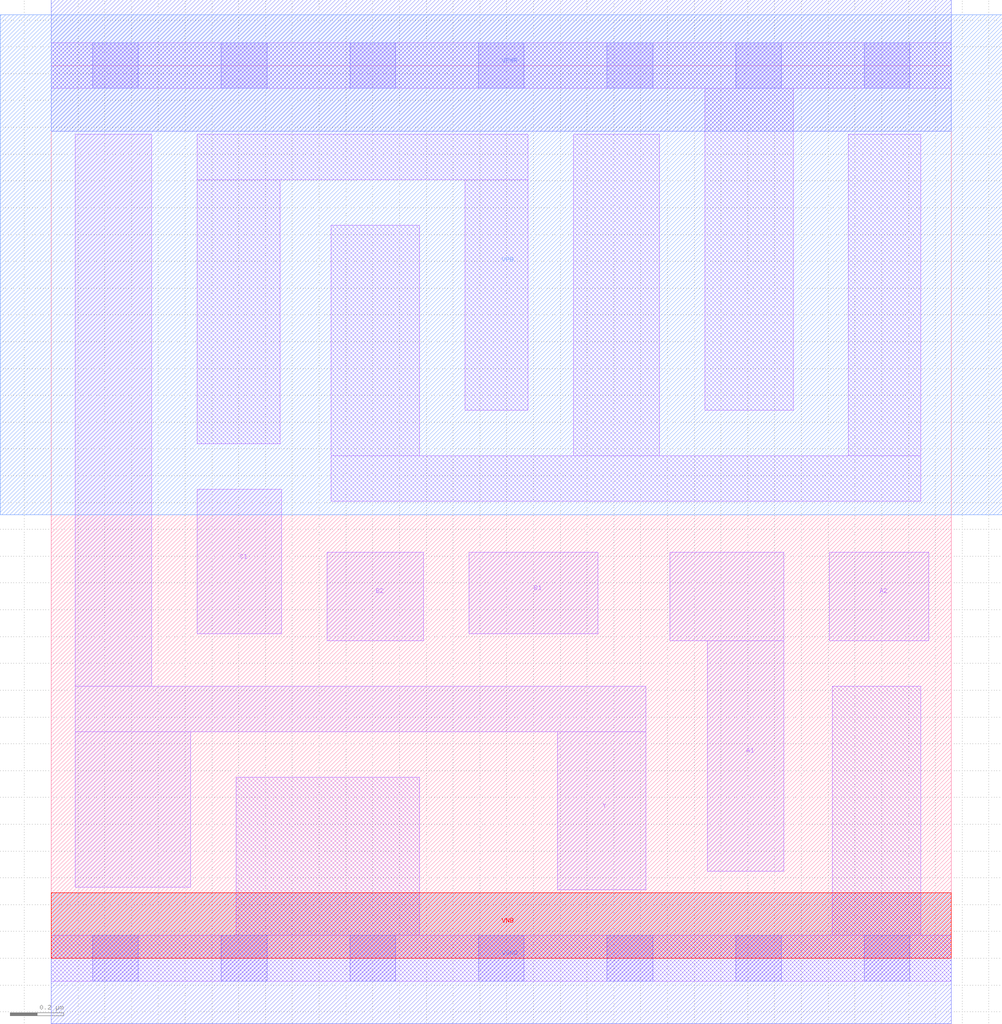
<source format=lef>
# Copyright 2020 The SkyWater PDK Authors
#
# Licensed under the Apache License, Version 2.0 (the "License");
# you may not use this file except in compliance with the License.
# You may obtain a copy of the License at
#
#     https://www.apache.org/licenses/LICENSE-2.0
#
# Unless required by applicable law or agreed to in writing, software
# distributed under the License is distributed on an "AS IS" BASIS,
# WITHOUT WARRANTIES OR CONDITIONS OF ANY KIND, either express or implied.
# See the License for the specific language governing permissions and
# limitations under the License.
#
# SPDX-License-Identifier: Apache-2.0

VERSION 5.7 ;
  NOWIREEXTENSIONATPIN ON ;
  DIVIDERCHAR "/" ;
  BUSBITCHARS "[]" ;
MACRO sky130_fd_sc_lp__a221oi_1
  CLASS CORE ;
  FOREIGN sky130_fd_sc_lp__a221oi_1 ;
  ORIGIN  0.000000  0.000000 ;
  SIZE  3.360000 BY  3.330000 ;
  SYMMETRY X Y R90 ;
  SITE unit ;
  PIN A1
    ANTENNAGATEAREA  0.315000 ;
    DIRECTION INPUT ;
    USE SIGNAL ;
    PORT
      LAYER li1 ;
        RECT 2.310000 1.185000 2.735000 1.515000 ;
        RECT 2.450000 0.325000 2.735000 1.185000 ;
    END
  END A1
  PIN A2
    ANTENNAGATEAREA  0.315000 ;
    DIRECTION INPUT ;
    USE SIGNAL ;
    PORT
      LAYER li1 ;
        RECT 2.905000 1.185000 3.275000 1.515000 ;
    END
  END A2
  PIN B1
    ANTENNAGATEAREA  0.315000 ;
    DIRECTION INPUT ;
    USE SIGNAL ;
    PORT
      LAYER li1 ;
        RECT 1.560000 1.210000 2.040000 1.515000 ;
    END
  END B1
  PIN B2
    ANTENNAGATEAREA  0.315000 ;
    DIRECTION INPUT ;
    USE SIGNAL ;
    PORT
      LAYER li1 ;
        RECT 1.030000 1.185000 1.390000 1.515000 ;
    END
  END B2
  PIN C1
    ANTENNAGATEAREA  0.315000 ;
    DIRECTION INPUT ;
    USE SIGNAL ;
    PORT
      LAYER li1 ;
        RECT 0.545000 1.210000 0.860000 1.750000 ;
    END
  END C1
  PIN Y
    ANTENNADIFFAREA  0.884100 ;
    DIRECTION OUTPUT ;
    USE SIGNAL ;
    PORT
      LAYER li1 ;
        RECT 0.090000 0.265000 0.520000 0.845000 ;
        RECT 0.090000 0.845000 2.220000 1.015000 ;
        RECT 0.090000 1.015000 0.375000 3.075000 ;
        RECT 1.890000 0.255000 2.220000 0.845000 ;
    END
  END Y
  PIN VGND
    DIRECTION INOUT ;
    USE GROUND ;
    PORT
      LAYER met1 ;
        RECT 0.000000 -0.245000 3.360000 0.245000 ;
    END
  END VGND
  PIN VNB
    DIRECTION INOUT ;
    USE GROUND ;
    PORT
      LAYER pwell ;
        RECT 0.000000 0.000000 3.360000 0.245000 ;
    END
  END VNB
  PIN VPB
    DIRECTION INOUT ;
    USE POWER ;
    PORT
      LAYER nwell ;
        RECT -0.190000 1.655000 3.550000 3.520000 ;
    END
  END VPB
  PIN VPWR
    DIRECTION INOUT ;
    USE POWER ;
    PORT
      LAYER met1 ;
        RECT 0.000000 3.085000 3.360000 3.575000 ;
    END
  END VPWR
  OBS
    LAYER li1 ;
      RECT 0.000000 -0.085000 3.360000 0.085000 ;
      RECT 0.000000  3.245000 3.360000 3.415000 ;
      RECT 0.545000  1.920000 0.855000 2.905000 ;
      RECT 0.545000  2.905000 1.780000 3.075000 ;
      RECT 0.690000  0.085000 1.375000 0.675000 ;
      RECT 1.045000  1.705000 3.245000 1.875000 ;
      RECT 1.045000  1.875000 1.375000 2.735000 ;
      RECT 1.545000  2.045000 1.780000 2.905000 ;
      RECT 1.950000  1.875000 2.270000 3.075000 ;
      RECT 2.440000  2.045000 2.770000 3.245000 ;
      RECT 2.915000  0.085000 3.245000 1.015000 ;
      RECT 2.975000  1.875000 3.245000 3.075000 ;
    LAYER mcon ;
      RECT 0.155000 -0.085000 0.325000 0.085000 ;
      RECT 0.155000  3.245000 0.325000 3.415000 ;
      RECT 0.635000 -0.085000 0.805000 0.085000 ;
      RECT 0.635000  3.245000 0.805000 3.415000 ;
      RECT 1.115000 -0.085000 1.285000 0.085000 ;
      RECT 1.115000  3.245000 1.285000 3.415000 ;
      RECT 1.595000 -0.085000 1.765000 0.085000 ;
      RECT 1.595000  3.245000 1.765000 3.415000 ;
      RECT 2.075000 -0.085000 2.245000 0.085000 ;
      RECT 2.075000  3.245000 2.245000 3.415000 ;
      RECT 2.555000 -0.085000 2.725000 0.085000 ;
      RECT 2.555000  3.245000 2.725000 3.415000 ;
      RECT 3.035000 -0.085000 3.205000 0.085000 ;
      RECT 3.035000  3.245000 3.205000 3.415000 ;
  END
END sky130_fd_sc_lp__a221oi_1
END LIBRARY

</source>
